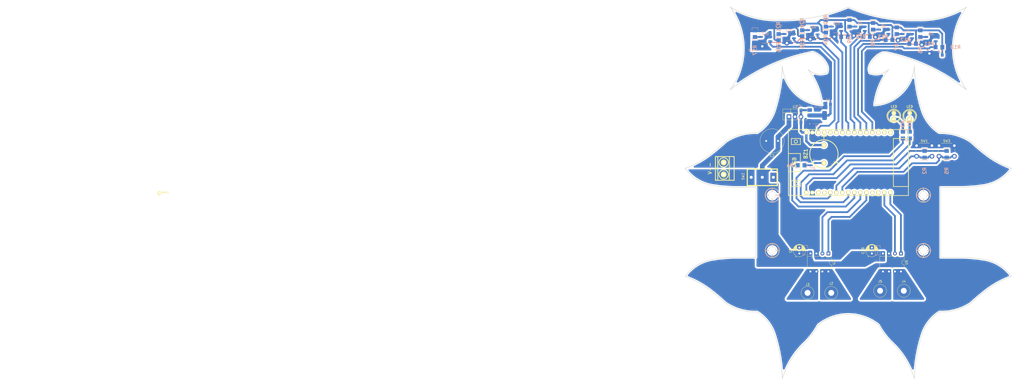
<source format=kicad_pcb>
(kicad_pcb (version 20241229) (generator "pcbnew") (generator_version "9.0")
  (layers (0 "F.Cu" signal) (2 "B.Cu" signal) (13 "F.Paste" user) (15 "B.Paste" user) (5 "F.SilkS" user "F.Silkscreen") (7 "B.SilkS" user "B.Silkscreen") (1 "F.Mask" user) (3 "B.Mask" user) (25 "Edge.Cuts" user))
  (net 0 "")
  (net 1 "+3V3")
  (net 2 "GND")
  (net 3 "/QRE_1")
  (net 4 "/QRE_2")
  (net 5 "/QRE_3")
  (net 6 "/QRE_4")
  (net 7 "/QRE_5")
  (net 8 "/QRE_6")
  (net 9 "Net-(U8-A)")
  (net 10 "/QRE_7")
  (net 11 "/QRE_8")
  (net 12 "Net-(U6-A)")
  (net 13 "Net-(U7-A)")
  (net 14 "/M1B")
  (net 15 "+5V")
  (net 16 "/PUSH_1")
  (net 17 "/PUSH_2")
  (net 18 "/M2B")
  (net 19 "/M2A")
  (net 20 "/M1A")
  (net 21 "/BUZZER")
  (net 22 "/OUTM1B")
  (net 23 "/LED_2")
  (net 24 "VCC")
  (net 25 "/OUTM1A")
  (net 26 "/OUTM2A")
  (net 27 "/OUTM2B")
  (net 28 "/LED_1")
  (net 29 "Net-(BZ1-+)")
  (net 30 "Net-(D1-A)")
  (net 31 "Net-(D2-A)")
  (net 32 "Net-(Q1-G)")
  (net 33 "Net-(U9-A)")
  (net 34 "Net-(U10-A)")
  (net 35 "Net-(U11-A)")
  (net 36 "Net-(U12-A)")
  (net 37 "Net-(U13-A)")
  (net 47 "/SWITCH")
  (footprint "Connector:Banana_Jack_1Pin" (layer "F.Cu") (at 190.3708 141.2988)
    (property "Reference" "J3")
    (property "Value" "MOTOR_PINM1B")
  )
  (footprint "Connector:Banana_Jack_1Pin" (layer "F.Cu") (at 221.0708 140.4238)
    (property "Reference" "J5")
    (property "Value" "MOTOR_PINM1B")
  )
  (footprint "Capacitor_THT:CP_Radial_D5.0mm_P2.50mm" (layer "F.Cu") (at 186.8808 124.6338 90)
    (property "Reference" "C8")
    (property "Value" "100uF")
  )
  (footprint "Package_DIP:DIP-8_W7.62mm" (layer "F.Cu") (at 229.8908 124.6338 -90)
    (property "Reference" "U5")
    (property "Value" "TA6586")
  )
  (footprint "Button_Switch_THT:SW_PUSH_6mm_H5mm" (layer "F.Cu") (at 236.5108 78.9738)
    (property "Reference" "SW1")
    (property "Value" "START")
  )
  (footprint "Capacitor_THT:C_Radial_D10.0mm_H12.5mm_P5.00mm" (layer "F.Cu") (at 177.8508 76.9738 180)
    (property "Reference" "C2")
    (property "Value" "100uf")
  )
  (footprint "Connector:Banana_Jack_1Pin" (layer "F.Cu") (at 231.0908 140.4238)
    (property "Reference" "J4")
    (property "Value" "MOTOR_PINM1A")
  )
  (footprint "EESTN5:BORNERA2_AZUL" (layer "F.Cu") (at 154.8508 88.6238 -90)
    (property "Reference" "J1" (hide yes))
    (property "Value" "V+-")
  )
  (footprint "EESTN5:led_5mm_clear" (layer "F.Cu") (at 226.900593 66.44196)
    (property "Reference" "D2" (hide yes))
    (property "Value" "LED")
  )
  (footprint "EESTN5:hole_3mm" (layer "F.Cu") (at 239.4243 123.3518)
    (property "Reference" "H4" (hide yes))
    (property "Value" "Mounting_Hole" (hide yes))
  )
  (footprint "EESTN5:ESP32_DevKit_V1_CH9102X" (layer "F.Cu") (at 208.900813 86.1238 180)
    (property "Reference" "U4")
    (property "Value" "ESP32_DevKit_V1_CH9102X" (hide yes))
  )
  (footprint "EESTN5:hole_3mm" (layer "F.Cu") (at 239.4243 99.9518)
    (property "Reference" "H3" (hide yes))
    (property "Value" "Mounting_Hole" (hide yes))
  )
  (footprint "Connector:Banana_Jack_1Pin" (layer "F.Cu") (at 200.3908 141.2988)
    (property "Reference" "J2")
    (property "Value" "MOTOR_PINM1A")
  )
  (footprint "Package_TO_SOT_THT:TO-220-3_Vertical" (layer "F.Cu") (at 182.4908 66.7413)
    (property "Reference" "U2")
    (property "Value" "LM7805_TO220")
  )
  (footprint "EESTN5:hole_3mm" (layer "F.Cu") (at 175.4243 99.9518)
    (property "Reference" "H1" (hide yes))
    (property "Value" "Mounting_Hole" (hide yes))
  )
  (footprint "LOGO" (layer "F.Cu") (at -82.46 99.24)
    (property "Reference" "G***")
    (property "Value" "LOGO" (hide yes))
  )
  (footprint "EESTN5:hole_3mm" (layer "F.Cu") (at 175.4243 123.3518)
    (property "Reference" "H2" (hide yes))
    (property "Value" "Mounting_Hole" (hide yes))
  )
  (footprint "EESTN5:led_5mm_clear" (layer "F.Cu") (at 233.600353 66.44196)
    (property "Reference" "D1" (hide yes))
    (property "Value" "LED")
  )
  (footprint "Package_DIP:DIP-8_W7.62mm" (layer "F.Cu") (at 199.1908 124.6338 -90)
    (property "Reference" "U3")
    (property "Value" "TA6586")
  )
  (footprint "EESTN5:SW_SPDT_TH_Vertical" (layer "F.Cu") (at 171.2008 92.3738 90)
    (property "Reference" "SW2")
    (property "Value" "SW_SPST" (hide yes))
  )
  (footprint "EESTN5:Buzzer_12mm" (layer "F.Cu") (at 197.2808 82.5238 90)
    (property "Reference" "BZ1")
    (property "Value" "Buzzer" (hide yes))
  )
  (footprint "Button_Switch_THT:SW_PUSH_6mm_H5mm" (layer "F.Cu") (at 246.0108 78.9738)
    (property "Reference" "SW3")
    (property "Value" "START")
  )
  (footprint "Capacitor_THT:CP_Radial_D5.0mm_P2.50mm" (layer "F.Cu") (at 217.5808 124.6338 90)
    (property "Reference" "C10")
    (property "Value" "100uF")
  )
  (footprint "EESTN5:R_1206" (layer "B.Cu") (at 238.1008 31.5738 90)
    (property "Reference" "R6")
    (property "Value" "100" (hide yes))
  )
  (footprint "EESTN5:R_1206" (layer "B.Cu") (at 233.600353 74.507592 -90)
    (property "Reference" "R1")
    (property "Value" "220" (hide yes))
  )
  (footprint "Package_TO_SOT_SMD:SOT-23" (layer "B.Cu") (at 192.7133 86.3238)
    (property "Reference" "Q1")
    (property "Value" "2N7002")
  )
  (footprint "EESTN5:R_1206" (layer "B.Cu") (at 188.1008 34.0128 -90)
    (property "Reference" "R20")
    (property "Value" "10k" (hide yes))
  )
  (footprint "OptoDevice:OnSemi_CASE100CY" (layer "B.Cu") (at 202.592848 29.4958 -90)
    (property "Reference" "U10")
    (property "Value" "QRE1113GR")
  )
  (footprint "Capacitor_SMD:C_0805_2012Metric_Pad1.18x1.45mm_HandSolder" (layer "B.Cu") (at 186.5333 69.2088 180)
    (property "Reference" "C1")
    (property "Value" "1uF")
  )
  (footprint "EESTN5:R_1206" (layer "B.Cu") (at 178.1008 35.7158 -90)
    (property "Reference" "R21")
    (property "Value" "10k" (hide yes))
  )
  (footprint "EESTN5:C_0805" (layer "B.Cu") (at 220.0808 123.2538 -90)
    (property "Reference" "C9")
    (property "Value" "0.1uF" (hide yes))
  )
  (footprint "OptoDevice:OnSemi_CASE100CY" (layer "B.Cu") (at 212.592848 29.4958 -90)
    (property "Reference" "U9")
    (property "Value" "QRE1113GR")
  )
  (footprint "OptoDevice:OnSemi_CASE100CY" (layer "B.Cu") (at 182.592848 32.6208 -90)
    (property "Reference" "U12")
    (property "Value" "QRE1113GR")
  )
  (footprint "EESTN5:R_1206" (layer "B.Cu") (at 188.1008 28.6988 90)
    (property "Reference" "R15")
    (property "Value" "100" (hide yes))
  )
  (footprint "EESTN5:R_1206" (layer "B.Cu") (at 239.9008 82.6208 90)
    (property "Reference" "R2")
    (property "Value" "4K7" (hide yes))
  )
  (footprint "OptoDevice:OnSemi_CASE100CY" (layer "B.Cu") (at 192.592848 30.9958 -90)
    (property "Reference" "U11")
    (property "Value" "QRE1113GR")
  )
  (footprint "OptoDevice:OnSemi_CASE100CY" (layer "B.Cu") (at 222.592848 30.7458 -90)
    (property "Reference" "U8")
    (property "Value" "QRE1113GR")
  )
  (footprint "EESTN5:R_1206" (layer "B.Cu") (at 234.8508 35.8238 180)
    (property "Reference" "R11")
    (property "Value" "10k" (hide yes))
  )
  (footprint "Capacitor_SMD:C_0805_2012Metric_Pad1.18x1.45mm_HandSolder" (layer "B.Cu") (at 199.0183 61.4538 180)
    (property "Reference" "C3")
    (property "Value" "1uF")
  )
  (footprint "Capacitor_SMD:C_0805_2012Metric_Pad1.18x1.45mm_HandSolder" (layer "B.Cu") (at 246.3523 40.5988 180)
    (property "Reference" "C6")
    (property "Value" "100nf")
  )
  (footprint "EESTN5:R_1206" (layer "B.Cu") (at 198.1008 27.1988 90)
    (property "Reference" "R14")
    (property "Value" "100" (hide yes))
  )
  (footprint "Capacitor_SMD:C_0805_2012Metric_Pad1.18x1.45mm_HandSolder" (layer "B.Cu") (at 166.3508 36.9238)
    (property "Reference" "C5")
    (property "Value" "100nf")
  )
  (footprint "EESTN5:R_1206" (layer "B.Cu") (at 228.1008 30.3238 90)
    (property "Reference" "R7")
    (property "Value" "100" (hide yes))
  )
  (footprint "EESTN5:R_1206" (layer "B.Cu") (at 187.6288 87.2738)
    (property "Reference" "R4")
    (property "Value" "10K" (hide yes))
  )
  (footprint "EESTN5:R_1206" (layer "B.Cu") (at 208.1008 27.1988 90)
    (property "Reference" "R9")
    (property "Value" "100" (hide yes))
  )
  (footprint "OptoDevice:OnSemi_CASE100CY" (layer "B.Cu") (at 172.592848 33.8708 -90)
    (property "Reference" "U13")
    (property "Value" "QRE1113GR")
  )
  (footprint "EESTN5:R_1206" (layer "B.Cu") (at 205.989848 32.8858 180)
    (property "Reference" "R18")
    (property "Value" "10k" (hide yes))
  )
  (footprint "EESTN5:R_1206" (layer "B.Cu") (at 245.9928 37.2658 180)
    (property "Reference" "R10")
    (property "Value" "10k" (hide yes))
  )
  (footprint "Capacitor_SMD:C_0805_2012Metric_Pad1.18x1.45mm_HandSolder" (layer "B.Cu") (at 186.5333 63.9038 180)
    (property "Reference" "C4")
    (property "Value" "1uF")
  )
  (footprint "OptoDevice:OnSemi_CASE100CY" (layer "B.Cu") (at 242.592848 33.8708 -90)
    (property "Reference" "U6")
    (property "Value" "QRE1113GR")
  )
  (footprint "EESTN5:R_1206" (layer "B.Cu") (at 230.718814 74.507592 -90)
    (property "Reference" "R3")
    (property "Value" "220" (hide yes))
  )
  (footprint "EESTN5:R_1206" (layer "B.Cu") (at 218.1008 28.4488 90)
    (property "Reference" "R8")
    (property "Value" "100" (hide yes))
  )
  (footprint "EESTN5:R_1206" (layer "B.Cu") (at 224.8508 34.2138 180)
    (property "Reference" "R12")
    (property "Value" "10k" (hide yes))
  )
  (footprint "EESTN5:R_1206" (layer "B.Cu") (at 178.1008 30.3238 90)
    (property "Reference" "R16")
    (property "Value" "100" (hide yes))
  )
  (footprint "EESTN5:R_1206" (layer "B.Cu") (at 249.2608 82.6208 90)
    (property "Reference" "R5")
    (property "Value" "4K7" (hide yes))
  )
  (footprint "EESTN5:R_1206" (layer "B.Cu") (at 198.1008 32.5158 -90)
    (property "Reference" "R19")
    (property "Value" "10k" (hide yes))
  )
  (footprint "Package_TO_SOT_SMD:SOT-223-3_TabPin2" (layer "B.Cu") (at 194.4108 66.2038)
    (property "Reference" "U1")
    (property "Value" "AMS1117-3.3")
  )
  (footprint "EESTN5:R_1206" (layer "B.Cu") (at 168.1008 31.5738 90)
    (property "Reference" "R17")
    (property "Value" "100" (hide yes))
  )
  (footprint "EESTN5:C_0805" (layer "B.Cu") (at 189.3808 123.2538 -90)
    (property "Reference" "C7")
    (property "Value" "0.1uF" (hide yes))
  )
  (footprint "EESTN5:R_1206" (layer "B.Cu") (at 215.3258 32.8858 180)
    (property "Reference" "R13")
    (property "Value" "10k" (hide yes))
  )
  (footprint "OptoDevice:OnSemi_CASE100CY" (layer "B.Cu") (at 232.592848 32.6208 -90)
    (property "Reference" "U7")
    (property "Value" "QRE1113GR")
  )
  (gr_arc (start 222.624177 39.324943) (mid 241.095295 45.203073) (end 257.6258 55.326167) (stroke (width 0.2)) (layer "Edge.Cuts"))
  (gr_arc (start 235.5758 45.3268) (mid 230.19171 56.75201) (end 218.6258 61.8268) (stroke (width 0.2)) (layer "Edge.Cuts"))
  (gr_arc (start 198.633706 44.827686) (mid 199.020057 46.553273) (end 198.624656 48.276803) (stroke (width 0.2)) (layer "Edge.Cuts"))
  (gr_arc (start 226.868414 163.066167) (mid 223.31525 159.216896) (end 220.437719 154.83949) (stroke (width 0.2)) (layer "Edge.Cuts"))
  (gr_arc (start 161.600614 96.576799) (mid 155.929678 96.398613) (end 150.294572 95.737677) (stroke (width 0.2)) (layer "Edge.Cuts"))
  (gr_arc (start 246.1508 73.5768) (mid 253.086054 74.377852) (end 259.441925 77.266167) (stroke (width 0.2)) (layer "Edge.Cuts"))
  (gr_arc (start 176.350799 64.451799) (mid 173.48476 69.61731) (end 169.100799 73.576799) (stroke (width 0.2)) (layer "Edge.Cuts"))
  (gr_arc (start 236.6258 25.826167) (mid 221.832608 24.622091) (end 207.6258 20.326167) (stroke (width 0.2)) (layer "Edge.Cuts"))
  (gr_arc (start 226.868414 163.066167) (mid 232.112312 169.7873) (end 235.5758 177.5768) (stroke (width 0.2)) (layer "Edge.Cuts"))
  (gr_line (start 207.6258 150.3268) (end 208.075842 150.3268) (stroke (width 0.2)) (layer "Edge.Cuts"))
  (gr_line (start 207.625799 150.326799) (end 207.175757 150.326799) (stroke (width 0.2)) (layer "Edge.Cuts"))
  (gr_line (start 246.6508 126.3268) (end 253.650848 126.3268) (stroke (width 0.2)) (layer "Edge.Cuts"))
  (gr_arc (start 276.6508 88.5768) (mid 271.180077 86.139075) (end 266.1408 82.902254) (stroke (width 0.2)) (layer "Edge.Cuts"))
  (gr_arc (start 246.1508 73.5768) (mid 241.766836 69.617311) (end 238.9008 64.4518) (stroke (width 0.2)) (layer "Edge.Cuts"))
  (gr_arc (start 266.1408 82.902254) (mid 262.728396 80.15905) (end 259.441925 77.266167) (stroke (width 0.2)) (layer "Edge.Cuts"))
  (gr_arc (start 198.624656 48.276803) (mid 194.426524 48.640824) (end 190.625799 46.821116) (stroke (width 0.2)) (layer "Edge.Cuts"))
  (gr_arc (start 264.957027 95.737678) (mid 259.321921 96.398616) (end 253.650985 96.5768) (stroke (width 0.2)) (layer "Edge.Cuts"))
  (gr_arc (start 149.110799 139.996799) (mid 152.523834 142.741917) (end 155.810799 145.636799) (stroke (width 0.2)) (layer "Edge.Cuts"))
  (gr_arc (start 179.675799 45.326799) (mid 178.689219 55.006812) (end 176.350799 64.451799) (stroke (width 0.2)) (layer "Edge.Cuts"))
  (gr_arc (start 157.625799 55.326166) (mid 174.156304 45.203072) (end 192.627422 39.324942) (stroke (width 0.2)) (layer "Edge.Cuts"))
  (gr_arc (start 238.9008 64.4518) (mid 236.562377 55.006813) (end 235.5758 45.3268) (stroke (width 0.2)) (layer "Edge.Cuts"))
  (gr_arc (start 138.600799 134.326799) (mid 144.071311 136.762322) (end 149.110799 139.996799) (stroke (width 0.2)) (layer "Edge.Cuts"))
  (gr_line (start 168.600799 96.576799) (end 161.600614 96.576799) (stroke (width 0.2)) (layer "Edge.Cuts"))
  (gr_arc (start 194.81388 154.839489) (mid 200.6322 151.589804) (end 207.175757 150.326799) (stroke (width 0.2)) (layer "Edge.Cuts"))
  (gr_arc (start 169.100799 149.326799) (mid 173.484762 153.286287) (end 176.350799 158.451799) (stroke (width 0.2)) (layer "Edge.Cuts"))
  (gr_arc (start 208.075842 150.3268) (mid 214.619397 151.589805) (end 220.437719 154.83949) (stroke (width 0.2)) (layer "Edge.Cuts"))
  (gr_arc (start 169.100799 149.326799) (mid 162.166075 148.525276) (end 155.810799 145.636799) (stroke (width 0.2)) (layer "Edge.Cuts"))
  (gr_arc (start 253.650848 126.3268) (mid 259.323764 126.505258) (end 264.9608 127.1668) (stroke (width 0.2)) (layer "Edge.Cuts"))
  (gr_arc (start 196.625799 61.826799) (mid 185.059888 56.752007) (end 179.675799 45.326799) (stroke (width 0.2)) (layer "Edge.Cuts"))
  (gr_arc (start 179.675799 177.576799) (mid 183.139293 169.787301) (end 188.383185 163.066166) (stroke (width 0.2)) (layer "Edge.Cuts"))
  (gr_arc (start 276.6508 88.5768) (mid 271.534477 93.350253) (end 264.957027 95.737678) (stroke (width 0.2)) (layer "Edge.Cuts"))
  (gr_arc (start 190.625799 46.821116) (mid 194.620834 53.926094) (end 196.625799 61.826799) (stroke (width 0.2)) (layer "Edge.Cuts"))
  (gr_arc (start 150.294572 95.737677) (mid 143.717123 93.350254) (end 138.600799 88.576799) (stroke (width 0.2)) (layer "Edge.Cuts"))
  (gr_line (start 246.6508 96.5768) (end 253.650985 96.5768) (stroke (width 0.2)) (layer "Edge.Cuts"))
  (gr_arc (start 266.1408 139.9968) (mid 271.180288 136.762324) (end 276.6508 134.3268) (stroke (width 0.2)) (layer "Edge.Cuts"))
  (gr_line (start 198.625661 44.823164) (end 198.633706 44.827686) (stroke (width 0.2)) (layer "Edge.Cuts"))
  (gr_arc (start 259.4408 145.6368) (mid 262.727765 142.741918) (end 266.1408 139.9968) (stroke (width 0.2)) (layer "Edge.Cuts"))
  (gr_line (start 246.6508 96.5768) (end 246.6508 126.3268) (stroke (width 0.2)) (layer "Edge.Cuts"))
  (gr_line (start 168.600799 126.326799) (end 161.600751 126.326799) (stroke (width 0.2)) (layer "Edge.Cuts"))
  (gr_arc (start 207.625799 20.326166) (mid 193.418993 24.622096) (end 178.625799 25.826166) (stroke (width 0.2)) (layer "Edge.Cuts"))
  (gr_arc (start 192.627422 39.324942) (mid 196.167933 41.483424) (end 198.625661 44.823164) (stroke (width 0.2)) (layer "Edge.Cuts"))
  (gr_arc (start 216.626943 48.276804) (mid 216.231573 46.553273) (end 216.617893 44.827687) (stroke (width 0.2)) (layer "Edge.Cuts"))
  (gr_arc (start 235.5758 177.5768) (mid 236.56238 167.896787) (end 238.9008 158.4518) (stroke (width 0.2)) (layer "Edge.Cuts"))
  (gr_arc (start 238.9008 158.4518) (mid 241.766826 153.286275) (end 246.1508 149.3268) (stroke (width 0.2)) (layer "Edge.Cuts"))
  (gr_arc (start 155.809674 77.266166) (mid 162.165541 74.377837) (end 169.100799 73.576799) (stroke (width 0.2)) (layer "Edge.Cuts"))
  (gr_arc (start 155.809674 77.266166) (mid 152.523203 80.159049) (end 149.110799 82.902253) (stroke (width 0.2)) (layer "Edge.Cuts"))
  (gr_arc (start 218.6258 61.8268) (mid 220.630763 53.926094) (end 224.6258 46.821117) (stroke (width 0.2)) (layer "Edge.Cuts"))
  (gr_arc (start 224.6258 46.821117) (mid 220.825077 48.640833) (end 216.626943 48.276804) (stroke (width 0.2)) (layer "Edge.Cuts"))
  (gr_arc (start 264.9608 127.1668) (mid 271.536058 129.554519) (end 276.6508 134.3268) (stroke (width 0.2)) (layer "Edge.Cuts"))
  (gr_arc (start 150.290799 127.166799) (mid 155.927835 126.505253) (end 161.600751 126.326799) (stroke (width 0.2)) (layer "Edge.Cuts"))
  (gr_arc (start 178.625799 25.826166) (mid 167.713363 24.650923) (end 157.625799 20.326166) (stroke (width 0.2)) (layer "Edge.Cuts"))
  (gr_arc (start 194.81388 154.839489) (mid 191.936348 159.216894) (end 188.383185 163.066166) (stroke (width 0.2)) (layer "Edge.Cuts"))
  (gr_arc (start 157.625799 20.326166) (mid 163.258813 37.826166) (end 157.625799 55.326166) (stroke (width 0.2)) (layer "Edge.Cuts"))
  (gr_arc (start 259.4408 145.6368) (mid 253.085522 148.525263) (end 246.1508 149.3268) (stroke (width 0.2)) (layer "Edge.Cuts"))
  (gr_arc (start 216.625938 44.823165) (mid 219.083656 41.483415) (end 222.624177 39.324943) (stroke (width 0.2)) (layer "Edge.Cuts"))
  (gr_line (start 168.600799 96.576799) (end 168.600799 126.326799) (stroke (width 0.2)) (layer "Edge.Cuts"))
  (gr_line (start 216.625938 44.823165) (end 216.617893 44.827687) (stroke (width 0.2)) (layer "Edge.Cuts"))
  (gr_arc (start 138.600799 134.326799) (mid 143.715537 129.554514) (end 150.290799 127.166799) (stroke (width 0.2)) (layer "Edge.Cuts"))
  (gr_arc (start 257.6258 55.326167) (mid 251.992788 37.826168) (end 257.6258 20.326167) (stroke (width 0.2)) (layer "Edge.Cuts"))
  (gr_arc (start 176.350799 158.451799) (mid 178.689218 167.896786) (end 179.675799 177.576799) (stroke (width 0.2)) (layer "Edge.Cuts"))
  (gr_arc (start 149.110799 82.902253) (mid 144.071524 86.139077) (end 138.600799 88.576799) (stroke (width 0.2)) (layer "Edge.Cuts"))
  (gr_arc (start 257.6258 20.326167) (mid 247.538237 24.650926) (end 236.6258 25.826167) (stroke (width 0.2)) (layer "Edge.Cuts"))
  (segment (start 171.9248 30.1768) (end 168.1008 30.1768) (width 0.75) (layer "B.Cu") (net 1))
  (segment (start 186.9358 38.4488) (end 194.8008 38.4488) (width 0.75) (layer "B.Cu") (net 1))
  (segment (start 190.0008 98.673813) (end 189.850813 98.8238) (width 0.75) (layer "B.Cu") (net 1))
  (segment (start 208.1008 25.8018) (end 206.2458 25.8018) (width 0.75) (layer "B.Cu") (net 1))
  (segment (start 173.1748 28.9268) (end 171.9248 30.1768) (width 0.75) (layer "B.Cu") (net 1))
  (segment (start 249.2608 81.2238) (end 239.9008 81.2238) (width 0.75) (layer "B.Cu") (net 1))
  (segment (start 177.788296 41.711304) (end 180.0358 39.4638) (width 0.75) (layer "B.Cu") (net 1))
  (segment (start 200.0558 59.1688) (end 200.0558 61.4538) (width 0.75) (layer "B.Cu") (net 1))
  (segment (start 226.2558 29.3378) (end 226.2558 34.2058) (width 0.75) (layer "B.Cu") (net 1))
  (segment (start 186.7158 32.6158) (end 188.1008 32.6158) (width 0.75) (layer "B.Cu") (net 1))
  (segment (start 211.4018 27.0518) (end 216.2158 27.0518) (width 0.75) (layer "B.Cu") (net 1))
  (segment (start 169.228304 41.711304) (end 177.788296 41.711304) (width 0.75) (layer "B.Cu") (net 1))
  (segment (start 198.4708 49.7038) (end 196.3208 49.7038) (width 0.75) (layer "B.Cu") (net 1))
  (segment (start 176.7588 34.3188) (end 178.1008 34.3188) (width 0.75) (layer "B.Cu") (net 1))
  (segment (start 199.2008 66.2038) (end 200.0558 65.3488) (width 1) (layer "B.Cu") (net 1))
  (segment (start 196.2758 28.3258) (end 196.2758 30.4458) (width 0.75) (layer "B.Cu") (net 1))
  (segment (start 220.4158 27.9258) (end 225.6658 27.9258) (width 0.75) (layer "B.Cu") (net 1))
  (segment (start 178.1008 28.9268) (end 175.9058 28.9268) (width 0.75) (layer "B.Cu") (net 1))
  (segment (start 216.7258 31.6958) (end 216.7258 32.8828) (width 0.75) (layer "B.Cu") (net 1))
  (segment (start 236.2558 30.3368) (end 236.2558 35.8158) (width 0.75) (layer "B.Cu") (net 1))
  (segment (start 194.8008 38.4488) (end 199.9758 43.6238) (width 0.75) (layer "B.Cu") (net 1))
  (segment (start 229.7568 28.9268) (end 228.1008 28.9268) (width 0.75) (layer "B.Cu") (net 1))
  (segment (start 200.0558 65.3488) (end 200.0558 61.4538) (width 1) (layer "B.Cu") (net 1))
  (segment (start 226.6668 28.9268) (end 226.2558 29.3378) (width 0.75) (layer "B.Cu") (net 1))
  (segment (start 197.3508 53.8938) (end 197.3508 57.7638) (width 0.75) (layer "B.Cu") (net 1))
  (segment (start 176.2758 33.8358) (end 176.7588 34.3188) (width 0.75) (layer "B.Cu") (net 1))
  (segment (start 165.3133 39.7863) (end 167.2508 41.7238) (width 0.75) (layer "B.Cu") (net 1))
  (segment (start 236.4158 30.1768) (end 236.2558 30.3368) (width 0.75) (layer "B.Cu") (net 1))
  (segment (start 206.2658 25.8218) (end 206.2658 30.4258) (width 0.75) (layer "B.Cu") (net 1))
  (segment (start 175.9058 28.9268) (end 173.1748 28.9268) (width 0.75) (layer "B.Cu") (net 1))
  (segment (start 208.1008 25.8018) (end 210.1518 25.8018) (width 0.75) (layer "B.Cu") (net 1))
  (segment (start 207.386848 31.546848) (end 207.386848 32.8858) (width 0.75) (layer "B.Cu") (net 1))
  (segment (start 198.1008 25.8018) (end 195.9198 25.8018) (width 0.75) (layer "B.Cu") (net 1))
  (segment (start 208.5208 86.9138) (end 202.6808 92.7538) (width 0.75) (layer "B.Cu") (net 1))
  (segment (start 227.9408 86.9138) (end 208.5208 86.9138) (width 0.75) (layer "B.Cu") (net 1))
  (segment (start 195.2518 27.3018) (end 196.2758 28.3258) (width 0.75) (layer "B.Cu") (net 1))
  (segment (start 225.6658 27.9258) (end 226.6668 28.9268) (width 0.75) (layer "B.Cu") (net 1))
  (segment (start 226.2558 34.2058) (end 226.2478 34.2138) (width 0.75) (layer "B.Cu") (net 1))
  (segment (start 169.215808 41.7238) (end 169.228304 41.711304) (width 0.75) (layer "B.Cu") (net 1))
  (segment (start 184.6548 28.9268) (end 185.3568 28.9268) (width 0.75) (layer "B.Cu") (net 1))
  (segment (start 196.2758 30.4458) (end 196.9488 31.1188) (width 0.75) (layer "B.Cu") (net 1))
  (segment (start 188.1008 27.3018) (end 186.2798 27.3018) (width 0.75) (layer "B.Cu") (net 1))
  (segment (start 186.2658 32.1658) (end 186.7158 32.6158) (width 0.75) (layer "B.Cu") (net 1))
  (segment (start 236.4158 30.1768) (end 231.0068 30.1768) (width 0.75) (layer "B.Cu") (net 1))
  (segment (start 194.4198 27.3018) (end 188.1008 27.3018) (width 0.75) (layer "B.Cu") (net 1))
  (segment (start 199.9758 43.6238) (end 199.9758 48.1988) (width 0.75) (layer "B.Cu") (net 1))
  (segment (start 219.5418 27.0518) (end 220.4158 27.9258) (width 0.75) (layer "B.Cu") (net 1))
  (segment (start 216.2458 27.0818) (end 216.2458 31.2158) (width 0.75) (layer "B.Cu") (net 1))
  (segment (start 189.850813 95.603787) (end 189.850813 98.8238) (width 0.75) (layer "B.Cu") (net 1))
  (segment (start 195.7008 50.3238) (end 195.7008 52.2488) (width 0.75) (layer "B.Cu") (net 1))
  (segment (start 245.9368 30.1768) (end 238.1008 30.1768) (width 0.75) (layer "B.Cu") (net 1))
  (segment (start 186.2798 27.3018) (end 184.6548 28.9268) (width 0.75) (layer "B.Cu") (net 1))
  (segment (start 206.2458 25.8018) (end 206.2658 25.8218) (width 0.75) (layer "B.Cu") (net 1))
  (segment (start 236.2558 35.8158) (end 236.2478 35.8238) (width 0.75) (layer "B.Cu") (net 1))
  (segment (start 176.2758 29.2968) (end 176.2758 33.8358) (width 0.75) (layer "B.Cu") (net 1))
  (segment (start 216.7258 32.8828) (end 216.7228 32.8858) (width 0.75) (layer "B.Cu") (net 1))
  (segment (start 216.2458 31.2158) (end 216.7258 31.6958) (width 0.75) (layer "B.Cu") (net 1))
  (segment (start 226.6668 28.9268) (end 228.1008 28.9268) (width 0.75) (layer "B.Cu") (net 1))
  (segment (start 247.3898 31.6298) (end 245.9368 30.1768) (width 0.75) (layer "B.Cu") (net 1))
  (segment (start 206.2658 30.4258) (end 207.386848 31.546848) (width 0.75) (layer "B.Cu") (net 1))
  (segment (start 247.3898 37.2658) (end 247.3898 31.6298) (width 0.75) (layer "B.Cu") (net 1))
  (segment (start 198.0208 58.4338) (end 199.3208 58.4338) (width 0.75) (layer "B.Cu") (net 1))
  (segment (start 185.3568 28.9268) (end 186.2658 29.8358) (width 0.75) (layer "B.Cu") (net 1))
  (segment (start 195.7008 52.2488) (end 196.4858 53.0338) (width 0.75) (layer "B.Cu") (net 1))
  (segment (start 192.7008 92.7538) (end 189.850813 95.603787) (width 0.75) (layer "B.Cu") (net 1))
  (segment (start 231.0068 30.1768) (end 229.7568 28.9268) (width 0.75) (layer "B.Cu") (net 1))
  (segment (start 194.4198 27.3018) (end 195.2518 27.3018) (width 0.75) (layer "B.Cu") (net 1))
  (segment (start 185.9208 39.4638) (end 186.9358 38.4488) (width 0.75) (layer "B.Cu") (net 1))
  (segment (start 247.3898 40.5988) (end 247.3898 37.2658) (width 0.75) (layer "B.Cu") (net 1))
  (segment (start 206.2458 25.8018) (end 198.1008 25.8018) (width 0.75) (layer "B.Cu") (net 1))
  (segment (start 233.6308 81.2238) (end 227.9408 86.9138) (width 0.75) (layer "B.Cu") (net 1))
  (segment (start 196.4908 53.0338) (end 197.3508 53.8938) (width 0.75) (layer "B.Cu") (net 1))
  (segment (start 199.9758 48.1988) (end 198.4708 49.7038) (width 0.75) (layer "B.Cu") (net 1))
  (segment (start 180.0358 39.4638) (end 185.9208 39.4638) (width 0.75) (layer "B.Cu") (net 1))
  (segment (start 196.9488 31.1188) (end 198.1008 31.1188) (width 0.75) (layer "B.Cu") (net 1))
  (segment (start 175.9058 28.9268) (end 176.2758 29.2968) (width 0.75) (layer "B.Cu") (net 1))
  (segment (start 186.2658 29.8358) (end 186.2658 32.1658) (width 0.75) (layer "B.Cu") (net 1))
  (segment (start 197.5608 66.2038) (end 191.2608 66.2038) (width 1.75) (layer "B.Cu") (net 1))
  (segment (start 167.2508 41.7238) (end 169.215808 41.7238) (width 0.75) (layer "B.Cu") (net 1))
  (segment (start 216.2158 27.0518) (end 219.5418 27.0518) (width 0.75) (layer "B.Cu") (net 1))
  (segment (start 196.3208 49.7038) (end 195.7008 50.3238) (width 0.75) (layer "B.Cu") (net 1))
  (segment (start 196.4858 53.0338) (end 196.4908 53.0338) (width 0.75) (layer "B.Cu") (net 1))
  (segment (start 199.3208 58.4338) (end 200.0558 59.1688) (width 0.75) (layer "B.Cu") (net 1))
  (segment (start 195.9198 25.8018) (end 194.4198 27.3018) (width 0.75) (layer "B.Cu") (net 1))
  (segment (start 197.5608 66.2038) (end 199.2008 66.2038) (width 1) (layer "B.Cu") (net 1))
  (segment (start 202.6808 92.7538) (end 192.7008 92.7538) (width 0.75) (layer "B.Cu") (net 1))
  (segment (start 184.6548 28.9268) (end 178.1008 28.9268) (width 0.75) (layer "B.Cu") (net 1))
  (segment (start 216.2158 27.0518) (end 216.2458 27.0818) (width 0.75) (layer "B.Cu") (net 1))
  (segment (start 210.1518 25.8018) (end 211.4018 27.0518) (width 0.75) (layer "B.Cu") (net 1))
  (segment (start 238.1008 30.1768) (end 236.4158 30.1768) (width 0.75) (layer "B.Cu") (net 1))
  (segment (start 197.3508 57.7638) (end 198.0208 58.4338) (width 0.75) (layer "B.Cu") (net 1))
  (segment (start 239.9008 81.2238) (end 233.6308 81.2238) (width 0.75) (layer "B.Cu") (net 1))
  (segment (start 165.3133 36.9238) (end 165.3133 39.7863) (width 0.75) (layer "B.Cu") (net 1))
  (segment (start 191.7288 33.5958) (end 199.9758 33.5958) (width 0.2) (layer "F.Cu") (net 2))
  (segment (start 242.0008 39.9038) (end 242.0008 39.4008) (width 0.2) (layer "F.Cu") (net 2))
  (segment (start 210.3288 31.9958) (end 209.9008 32.4238) (width 0.2) (layer "F.Cu") (net 2))
  (segment (start 185.6258 35.2958) (end 181.8428 35.2958) (width 0.2) (layer "F.Cu") (net 2))
  (segment (start 171.5288 36.5958) (end 171.2008 36.9238) (width 0.2) (layer "F.Cu") (net 2))
  (segment (start 219.1008 33.0288) (end 218.9088 33.0288) (width 0.2) (layer "F.Cu") (net 2))
  (segment (start 238.7058 36.2488) (end 238.4828 36.0258) (width 0.2) (layer "F.Cu") (net 2))
  (segment (start 181.3588 35.2958) (end 173.8258 35.2958) (width 0.2) (layer "F.Cu") (net 2))
  (segment (start 181.6008 35.5378) (end 181.3588 35.2958) (width 0.2) (layer "F.Cu") (net 2))
  (segment (start 228.6758 34.3488) (end 228.4228 34.0958) (width 0.2) (layer "F.Cu") (net 2))
  (segment (start 191.5008 33.9268) (end 191.5008 33.8238) (width 0.2) (layer "F.Cu") (net 2))
  (segment (start 238.8488 36.2488) (end 238.7058 36.2488) (width 0.2) (layer "F.Cu") (net 2))
  (segment (start 234.5058 36.0258) (end 232.5758 34.0958) (width 0.2) (layer "F.Cu") (net 2))
  (segment (start 200.7478 32.8238) (end 201.7008 32.8238) (width 0.2) (layer "F.Cu") (net 2))
  (segment (start 228.9288 34.0958) (end 228.6758 34.3488) (width 0.2) (layer "F.Cu") (net 2))
  (segment (start 191.2728 33.5958) (end 187.3258 33.5958) (width 0.2) (layer "F.Cu") (net 2))
  (segment (start 191.5008 33.8238) (end 191.7288 33.5958) (width 0.2) (layer "F.Cu") (net 2))
  (segment (start 217.8758 31.9958) (end 210.3288 31.9958) (width 0.2) (layer "F.Cu") (net 2))
  (segment (start 191.5008 33.8238) (end 191.2728 33.5958) (width 0.2) (layer "F.Cu") (net 2))
  (segment (start 173.8258 35.2958) (end 172.4258 36.6958) (width 0.2) (layer "F.Cu") (net 2))
  (segment (start 209.4538 32.4238) (end 209.9008 32.4238) (width 0.2) (layer "F.Cu") (net 2))
  (segment (start 219.1008 33.2208) (end 219.1008 33.0288) (width 0.2) (layer "F.Cu") (net 2))
  (segment (start 238.4828 36.0258) (end 234.5058 36.0258) (width 0.2) (layer "F.Cu") (net 2))
  (segment (start 218.9088 33.0288) (end 217.8758 31.9958) (width 0.2) (layer "F.Cu") (net 2))
  (segment (start 199.9758 33.5958) (end 200.7478 32.8238) (width 0.2) (layer "F.Cu") (net 2))
  (segment (start 201.7008 32.8238) (end 202.3788 32.1458) (width 0.2) (layer "F.Cu") (net 2))
  (segment (start 202.3788 32.1458) (end 209.1758 32.1458) (width 0.2) (layer "F.Cu") (net 2))
  (segment (start 241.9508 39.9538) (end 242.0008 39.9038) (width 0.2) (layer "F.Cu") (net 2))
  (segment (start 187.3258 33.5958) (end 185.6258 35.2958) (width 0.2) (layer "F.Cu") (net 2))
  (segment (start 219.9758 34.0958) (end 219.1008 33.2208) (width 0.2) (layer "F.Cu") (net 2))
  (segment (start 172.4258 36.6958) (end 172.3258 36.5958) (width 0.2) (layer "F.Cu") (net 2))
  (segment (start 232.5758 34.0958) (end 228.9288 34.0958) (width 0.2) (layer "F.Cu") (net 2))
  (segment (start 172.3258 36.5958) (end 171.5288 36.5958) (width 0.2) (layer "F.Cu") (net 2))
  (segment (start 181.8428 35.2958) (end 181.6008 35.5378) (width 0.2) (layer "F.Cu") (net 2))
  (segment (start 242.0008 39.4008) (end 238.8488 36.2488) (width 0.2) (layer "F.Cu") (net 2))
  (segment (start 209.1758 32.1458) (end 209.4538 32.4238) (width 0.2) (layer "F.Cu") (net 2))
  (segment (start 228.4228 34.0958) (end 219.9758 34.0958) (width 0.2) (layer "F.Cu") (net 2))
  (via (at 181.6008 35.5378) (size 2) (drill 1) (layers "F.Cu" "B.Cu") (net 2))
  (via (at 219.1008 33.0288) (size 2) (drill 1) (layers "F.Cu" "B.Cu") (net 2))
  (via (at 241.9508 39.9538) (size 2) (drill 1) (layers "F.Cu" "B.Cu") (net 2))
  (via (at 191.5008 33.9268) (size 2) (drill 1) (layers "F.Cu" "B.Cu") (net 2))
  (via (at 171.2008 36.9238) (size 2) (drill 1) (layers "F.Cu" "B.Cu") (net 2))
  (via (at 209.9008 32.4238) (size 2) (drill 1) (layers "F.Cu" "B.Cu") (net 2))
  (via (at 201.7008 32.8238) (size 2) (drill 1) (layers "F.Cu" "B.Cu") (net 2))
  (via (at 228.6758 34.3488) (size 2) (drill 1) (layers "F.Cu" "B.Cu") (net 2))
  (via (at 238.7058 36.2488) (size 2) (drill 1) (layers "F.Cu" "B.Cu") (net 2))
  (segment (start 229.158038 38.6038) (end 219.963562 38.6038) (width 0.75) (layer "B.Cu") (net 2))
  (segment (start 241.9508 39.9538) (end 241.4208 39.4238) (width 0.75) (layer "B.Cu") (net 2))
  (segment (start 241.4208 39.4238) (end 229.978038 39.4238) (width 0.75) (layer "B.Cu") (net 2))
  (segment (start 229.978038 39.4238) (end 229.158038 38.6038) (width 0.75) (layer "B.Cu") (net 2))
  (segment (start 217.790813 69.063813) (end 213.3508 64.6238) (width 0.75) (layer "B.Cu") (net 3))
  (segment (start 244.592848 37.262848) (end 244.5958 37.2658) (width 0.75) (layer "B.Cu") (net 3))
  (segment (start 217.790813 73.4238) (end 217.790813 69.063813) (width 0.75) (layer "B.Cu") (net 3))
  (segment (start 230.5958 37.0988) (end 231.3208 37.8238) (width 0.75) (layer "B.Cu") (net 3))
  (segment (start 215.1758 37.0988) (end 230.5958 37.0988) (width 0.75) (layer "B.Cu") (net 3))
  (segment (start 244.592848 34.7708) (end 244.592848 37.262848) (width 0.75) (layer "B.Cu") (net 3))
  (segment (start 213.3508 38.9238) (end 215.1758 37.0988) (width 0.75) (layer "B.Cu") (net 3))
  (segment (start 213.3508 64.6238) (end 213.3508 38.9238) (width 0.75) (layer "B.Cu") (net 3))
  (segment (start 231.3208 37.8238) (end 241.8578 37.8238) (width 0.75) (layer "B.Cu") (net 3))
  (segment (start 241.8578 37.8238) (end 242.4158 37.2658) (width 0.75) (layer "B.Cu") (net 3))
  (segment (start 242.4158 37.2658) (end 244.5958 37.2658) (width 0.75) (layer "B.Cu") (net 3))
  (segment (start 213.9258 35.9238) (end 211.7508 38.0988) (width 0.75) (layer "B.Cu") (net 4))
  (segment (start 233.4538 35.8238) (end 233.4618 35.8158) (width 0.75) (layer "B.Cu") (net 4))
  (segment (start 233.3538 35.9238) (end 213.9258 35.9238) (width 0.75) (layer "B.Cu") (net 4))
  (segment (start 233.4538 35.8238) (end 233.3538 35.9238) (width 0.75) (layer "B.Cu") (net 4))
  (segment (start 215.250813 69.448813) (end 215.250813 73.4238) (width 0.75) (layer "B.Cu") (net 4))
  (segment (start 233.4618 35.8158) (end 233.4618 35.2698) (width 0.75) (layer "B.Cu") (net 4))
  (segment (start 211.7508 65.9488) (end 215.250813 69.448813) (width 0.75) (layer "B.Cu") (net 4))
  (segment (start 234.592848 34.138752) (end 234.592848 33.5208) (width 0.75) (layer "B.Cu") (net 4))
  (segment (start 233.4618 35.2698) (end 234.592848 34.138752) (width 0.75) (layer "B.Cu") (net 4))
  (segment (start 211.7508 38.0988) (end 211.7508 65.9488) (width 0.75) (layer "B.Cu") (net 4))
  (segment (start 220.8008 34.6038) (end 212.7958 34.6038) (width 0.75) (layer "B.Cu") (net 5))
  (segment (start 210.1508 66.6988) (end 212.7133 69.2613) (width 0.75) (layer "B.Cu") (net 5))
  (segment (start 224.592848 32.228752) (end 224.592848 31.6458) (width 0.75) (layer "B.Cu") (net 5))
  (segment (start 223.4538 34.2138) (end 223.4618 34.2058) (width 0.75) (layer "B.Cu") (net 5))
  (segment (start 221.1908 34.2138) (end 220.8008 34.6038) (width 0.75) (layer "B.Cu") (net 5))
  (segment (start 223.4538 34.2138) (end 221.1908 34.2138) (width 0.75) (layer "B.Cu") (net 5))
  (segment (start 223.4618 33.3598) (end 224.592848 32.228752) (width 0.75) (layer "B.Cu") (net 5))
  (segment (start 223.4618 34.2058) (end 223.4618 33.3598) (width 0.75) (layer "B.Cu") (net 5))
  (segment (start 212.7133 69.2613) (end 212.7133 73.421313) (width 0.75) (layer "B.Cu") (net 5))
  (segment (start 212.7958 34.6038) (end 210.1508 37.2488) (width 0.75) (layer "B.Cu") (net 5))
  (segment (start 210.1508 37.2488) (end 210.1508 66.6988) (width 0.75) (layer "B.Cu") (net 5))
  (segment (start 212.7133 73.421313) (end 212.710813 73.4238) (width 0.75) (layer "B.Cu") (net 5))
  (segment (start 213.9288 31.9428) (end 214.592848 31.278752) (width 0.75) (layer "B.Cu") (net 6))
  (segment (start 214.592848 31.278752) (end 214.592848 30.3958) (width 0.75) (layer "B.Cu") (net 6))
  (segment (start 208.5508 36.5988) (end 208.5508 67.6988) (width 0.75) (layer "B.Cu") (net 6))
  (segment (start 210.170813 69.318813) (end 210.170813 73.4238) (width 0.75) (layer "B.Cu") (net 6))
  (segment (start 212.2638 32.8858) (end 208.5508 36.5988) (width 0.75) (layer "B.Cu") (net 6))
  (segment (start 213.9288 32.8858) (end 212.2638 32.8858) (width 0.75) (layer "B.Cu") (net 6))
  (segment (start 213.9288 32.8858) (end 213.9288 31.9428) (width 0.75) (layer "B.Cu") (net 6))
  (segment (start 208.5508 67.6988) (end 210.170813 69.318813) (width 0.75) (layer "B.Cu") (net 6))
  (segment (start 204.592848 32.8858) (end 204.592848 35.215848) (width 0.75) (layer "B.Cu") (net 7))
  (segment (start 206.6258 68.4238) (end 207.630813 69.428813) (width 0.75) (layer "B.Cu") (net 7))
  (segment (start 207.630813 69.428813) (end 207.630813 73.4238) (width 0.75) (layer "B.Cu") (net 7))
  (segment (start 204.592848 30.3958) (end 204.592848 32.8858) (width 0.75) (layer "B.Cu") (net 7))
  (segment (start 206.6258 37.2488) (end 206.6258 68.4238) (width 0.75) (layer "B.Cu") (net 7))
  (segment (start 204.592848 35.215848) (end 206.6258 37.2488) (width 0.75) (layer "B.Cu") (net 7))
  (segment (start 195.6628 33.9128) (end 198.1008 33.9128) (width 0.75) (layer "B.Cu") (net 8))
  (segment (start 194.592848 32.842848) (end 195.6628 33.9128) (width 0.75) (layer "B.Cu") (net 8))
  (segment (start 194.592848 31.8958) (end 194.592848 32.842848) (width 0.75) (layer "B.Cu") (net 8))
  (segment (start 198.1008 33.9128) (end 199.4898 33.9128) (width 0.75) (layer "B.Cu") (net 8))
  (segment (start 205.090813 39.513813) (end 205.090813 73.4238) (width 0.75) (layer "B.Cu") (net 8))
  (segment (start 199.4898 33.9128) (end 205.090813 39.513813) (width 0.75) (layer "B.Cu") (net 8))
  (segment (start 220.592848 29.8458) (end 218.1008 29.8458) (width 0.75) (layer "B.Cu") (net 9))
  (segment (start 188.1928 35.5018) (end 188.1008 35.4098) (width 0.75) (layer "B.Cu") (net 10))
  (segment (start 203.4508 42.3488) (end 196.6038 35.5018) (width 0.75) (layer "B.Cu") (net 10))
  (segment (start 196.6038 35.5018) (end 188.1928 35.5018) (width 0.75) (layer "B.Cu") (net 10))
  (segment (start 184.592848 33.5208) (end 184.592848 34.242848) (width 0.75) (layer "B.Cu") (net 10))
  (segment (start 184.592848 34.242848) (end 185.7598 35.4098) (width 0.75) (layer "B.Cu") (net 10))
  (segment (start 203.4508 68.7488) (end 203.4508 42.3488) (width 0.75) (layer "B.Cu") (net 10))
  (segment (start 202.550813 73.4238) (end 202.550813 69.648787) (width 0.75) (layer "B.Cu") (net 10))
  (segment (start 185.7598 35.4098) (end 188.1008 35.4098) (width 0.75) (layer "B.Cu") (net 10))
  (segment (start 202.550813 69.648787) (end 203.4508 68.7488) (width 0.75) (layer "B.Cu") (net 10))
  (segment (start 196.0008 70.5488) (end 194.930813 71.618787) (width 0.75) (layer "B.Cu") (net 11))
  (segment (start 199.4508 70.5488) (end 196.0008 70.5488) (width 0.75) (layer "B.Cu") (net 11))
  (segment (start 201.8258 68.1738) (end 199.4508 70.5488) (width 0.75) (layer "B.Cu") (net 11))
  (segment (start 174.592848 34.7708) (end 174.592848 36.022848) (width 0.75) (layer "B.Cu") (net 11))
  (segment (start 195.9148 37.1128) (end 201.8258 43.0238) (width 0.75) (layer "B.Cu") (net 11))
  (segment (start 178.1008 37.1128) (end 195.9148 37.1128) (width 0.75) (layer "B.Cu") (net 11))
  (segment (start 201.8258 43.0238) (end 201.8258 68.1738) (width 0.75) (layer "B.Cu") (net 11))
  (segment (start 194.930813 71.618787) (end 194.930813 73.4238) (width 0.75) (layer "B.Cu") (net 11))
  (segment (start 174.592848 36.022848) (end 175.6828 37.1128) (width 0.75) (layer "B.Cu") (net 11))
  (segment (start 175.6828 37.1128) (end 178.1008 37.1128) (width 0.75) (layer "B.Cu") (net 11))
  (segment (start 240.592848 32.9708) (end 238.1008 32.9708) (width 0.75) (layer "B.Cu") (net 12))
  (segment (start 230.592848 31.7208) (end 228.1008 31.7208) (width 0.75) (layer "B.Cu") (net 13))
  (segment (start 199.1908 110.4838) (end 200.5308 109.1438) (width 0.75) (layer "B.Cu") (net 14))
  (segment (start 200.5308 109.1438) (end 208.2108 109.1438) (width 0.75) (layer "B.Cu") (net 14))
  (segment (start 215.250813 102.103787) (end 215.250813 98.8238) (width 0.75) (layer "B.Cu") (net 14))
  (segment (start 199.1908 124.6338) (end 199.1908 110.4838) (width 0.75) (layer "B.Cu") (net 14))
  (segment (start 208.2108 109.1438) (end 215.250813 102.103787) (width 0.75) (layer "B.Cu") (net 14))
  (segment (start 187.5708 63.9038) (end 191.2608 63.9038) (width 1) (layer "B.Cu") (net 15))
  (segment (start 187.5708 66.7413) (end 187.5708 63.9038) (width 1) (layer "B.Cu") (net 15))
  (segment (start 187.5708 72.8538) (end 188.1408 73.4238) (width 1) (layer "B.Cu") (net 15))
  (segment (start 191.5308 78.7238) (end 197.2808 78.7238) (width 1) (layer "B.Cu") (net 15))
  (segment (start 188.1408 73.4238) (end 189.850813 73.4238) (width 1) (layer "B.Cu") (net 15))
  (segment (start 187.5708 69.2088) (end 187.5708 66.7413) (width 1) (layer "B.Cu") (net 15))
  (segment (start 189.850813 77.043813) (end 191.5308 78.7238) (width 1) (layer "B.Cu") (net 15))
  (segment (start 187.5708 69.2088) (end 187.5708 72.8538) (width 1) (layer "B.Cu") (net 15))
  (segment (start 189.850813 73.4238) (end 189.850813 77.043813) (width 1) (layer "B.Cu") (net 15))
  (segment (start 234.3008 83.4738) (end 236.5108 83.4738) (width 0.75) (layer "B.Cu") (net 16))
  (segment (start 209.9608 88.5838) (end 229.1908 88.5838) (width 0.75) (layer "B.Cu") (net 16))
  (segment (start 202.550813 95.993787) (end 209.9608 88.5838) (width 0.75) (layer "B.Cu") (net 16))
  (segment (start 238.1448 84.0178) (end 239.9008 84.0178) (width 0.75) (layer "B.Cu") (net 16))
  (segment (start 239.9008 84.0178) (end 241.3868 84.0178) (width 0.75) (layer "B.Cu") (net 16))
  (segment (start 202.550813 98.8238) (end 202.550813 95.993787) (width 0.75) (layer "B.Cu") (net 16))
  (segment (start 237.6008 83.4738) (end 238.1448 84.0178) (width 0.75) (layer "B.Cu") (net 16))
  (segment (start 229.1908 88.5838) (end 234.3008 83.4738) (width 0.75) (layer "B.Cu") (net 16))
  (segment (start 241.9308 83.4738) (end 243.0108 83.4738) (width 0.75) (layer "B.Cu") (net 16))
  (segment (start 236.5108 83.4738) (end 237.6008 83.4738) (width 0.75) (layer "B.Cu") (net 16))
  (segment (start 241.3868 84.0178) (end 241.9308 83.4738) (width 0.75) (layer "B.Cu") (net 16))
  (segment (start 244.8108 86.4438) (end 234.6208 86.4438) (width 0.75) (layer "B.Cu") (net 17))
  (segment (start 211.5108 90.0638) (end 205.090813 96.483787) (width 0.75) (layer "B.Cu") (net 17))
  (segment (start 205.090813 96.483787) (end 205.090813 98.8238) (width 0.75) (layer "B.Cu") (net 17))
  (segment (start 250.8668 84.0178) (end 251.4108 83.4738) (width 0.75) (layer "B.Cu") (net 17))
  (segment (start 234.6208 86.4438) (end 231.0008 90.0638) (width 0.75) (layer "B.Cu") (net 17))
  (segment (start 251.4108 83.4738) (end 252.5108 83.4738) (width 0.75) (layer "B.Cu") (net 17))
  (segment (start 247.0908 83.4738) (end 247.6348 84.0178) (width 0.75) (layer "B.Cu") (net 17))
  (segment (start 246.0108 83.4738) (end 247.0908 83.4738) (width 0.75) (layer "B.Cu") (net 17))
  (segment (start 231.0008 90.0638) (end 211.5108 90.0638) (width 0.75) (layer "B.Cu") (net 17))
  (segment (start 246.0108 83.4738) (end 246.0108 85.2438) (width 0.75) (layer "B.Cu") (net 17))
  (segment (start 247.6348 84.0178) (end 249.2608 84.0178) (width 0.75) (layer "B.Cu") (net 17))
  (segment (start 249.2608 84.0178) (end 250.8668 84.0178) (width 0.75) (layer "B.Cu") (net 17))
  (segment (start 246.0108 85.2438) (end 244.8108 86.4438) (width 0.75) (layer "B.Cu") (net 17))
  (segment (start 225.410813 103.783813) (end 229.8908 108.2638) (width 0.75) (layer "B.Cu") (net 18))
  (segment (start 229.8908 108.2638) (end 229.8908 124.6338) (width 0.75) (layer "B.Cu") (net 18))
  (segment (start 225.410813 98.8238) (end 225.410813 103.783813) (width 0.75) (layer "B.Cu") (net 18))
  (segment (start 227.3508 108.7238) (end 227.3508 124.6338) (width 0.75) (layer "B.Cu") (net 19))
  (segment (start 222.870813 98.8238) (end 222.870813 104.243813) (width 0.75) (layer "B.Cu") (net 19))
  (segment (start 222.870813 104.243813) (end 227.3508 108.7238) (width 0.75) (layer "B.Cu") (net 19))
  (segment (start 212.710813 98.8238) (end 212.710813 101.653787) (width 0.75) (layer "B.Cu") (net 20))
  (segment (start 207.2408 107.1238) (end 198.7608 107.1238) (width 0.75) (layer "B.Cu") (net 20))
  (segment (start 198.7608 107.1238) (end 196.6508 109.2338) (width 0.75) (layer "B.Cu") (net 20))
  (segment (start 212.710813 101.653787) (end 207.2408 107.1238) (width 0.75) (layer "B.Cu") (net 20))
  (segment (start 196.6508 109.2338) (end 196.6508 124.6338) (width 0.75) (layer "B.Cu") (net 20))
  (segment (start 210.170813 101.113787) (end 206.5208 104.7638) (width 0.75) (layer "B.Cu") (net 21))
  (segment (start 183.8608 102.1438) (end 183.8608 88.1338) (width 0.75) (layer "B.Cu") (net 21))
  (segment (start 210.170813 98.8238) (end 210.170813 101.113787) (width 0.75) (layer "B.Cu") (net 21))
  (segment (start 206.5208 104.7638) (end 186.4808 104.7638) (width 0.75) (layer "B.Cu") (net 21))
  (segment (start 183.8608 88.1338) (end 184.7208 87.2738) (width 0.75) (layer "B.Cu") (net 21))
  (segment (start 186.4808 104.7638) (end 183.8608 102.1438) (width 0.75) (layer "B.Cu") (net 21))
  (segment (start 184.7208 87.2738) (end 186.2318 87.2738) (width 0.75) (layer "B.Cu") (net 21))
  (segment (start 200.010813 100.233787) (end 198.9008 101.3438) (width 0.75) (layer "B.Cu") (net 23))
  (segment (start 187.4708 94.6838) (end 191.0608 91.0938) (width 0.75) (layer "B.Cu") (net 23))
  (segment (start 233.6008 75.905039) (end 233.600353 75.904592) (width 0.75) (layer "B.Cu") (net 23))
  (segment (start 200.010813 98.8238) (end 200.010813 100.233787) (width 0.75) (layer "B.Cu") (net 23))
  (segment (start 191.0608 91.0938) (end 201.2508 91.0938) (width 0.75) (layer "B.Cu") (net 23))
  (segment (start 226.7358 85.2238) (end 233.6008 78.3588) (width 0.75) (layer "B.Cu") (net 23))
  (segment (start 201.2508 91.0938) (end 207.1208 85.2238) (width 0.75) (layer "B.Cu") (net 23))
  (segment (start 188.5108 101.3438) (end 187.4708 100.3038) (width 0.75) (layer "B.Cu") (net 23))
  (segment (start 187.4708 100.3038) (end 187.4708 94.6838) (width 0.75) (layer "B.Cu") (net 23))
  (segment (start 198.9008 101.3438) (end 188.5108 101.3438) (width 0.75) (layer "B.Cu") (net 23))
  (segment (start 207.1208 85.2238) (end 226.7358 85.2238) (width 0.75) (layer "B.Cu") (net 23))
  (segment (start 233.6008 78.3588) (end 233.6008 75.905039) (width 0.75) (layer "B.Cu") (net 23))
  (segment (start 171.2008 87.3638) (end 171.2008 92.3738) (width 2) (layer "B.Cu") (net 24))
  (segment (start 182.4908 70.6038) (end 182.4908 66.7413) (width 2) (layer "B.Cu") (net 24))
  (segment (start 171.2508 125.4488) (end 174.0008 128.1988) (width 2) (layer "B.Cu") (net 24))
  (segment (start 171.2508 92.4988) (end 171.2508 125.4488) (width 2) (layer "B.Cu") (net 24))
  (segment (start 174.0008 128.1988) (end 178.9758 128.1988) (width 2) (layer "B.Cu") (net 24))
  (segment (start 177.8508 76.9738) (end 177.8508 80.7138) (width 2) (layer "B.Cu") (net 24))
  (segment (start 177.8508 80.7138) (end 171.2008 87.3638) (width 2) (layer "B.Cu") (net 24))
  (segment (start 178.9758 128.1988) (end 182.5408 124.6338) (width 2) (layer "B.Cu") (net 24))
  (segment (start 177.8508 76.9738) (end 177.8508 75.2438) (width 2) (layer "B.Cu") (net 24))
  (segment (start 177.8508 75.2438) (end 182.4908 70.6038) (width 2) (layer "B.Cu") (net 24))
  (segment (start 185.6908 101.2538) (end 187.3608 102.9238) (width 0.75) (layer "B.Cu") (net 28))
  (segment (start 230.7108 75.912606) (end 230.7108 77.9338) (width 0.75) (layer "B.Cu") (net 28))
  (segment (start 187.3608 102.9238) (end 205.5008 102.9238) (width 0.75) (layer "B.Cu") (net 28))
  (segment (start 185.6908 92.5438) (end 185.6908 101.2538) (width 0.75) (layer "B.Cu") (net 28))
  (segment (start 230.7108 77.9338) (end 225.2108 83.4338) (width 0.75) (layer "B.Cu") (net 28))
  (segment (start 207.630813 100.793787) (end 207.630813 98.8238) (width 0.75) (layer "B.Cu") (net 28))
  (segment (start 225.2108 83.4338) (end 205.8208 83.4338) (width 0.75) (layer "B.Cu") (net 28))
  (segment (start 205.8208 83.4338) (end 199.7008 89.5538) (width 0.75) (layer "B.Cu") (net 28))
  (segment (start 199.7008 89.5538) (end 188.6808 89.5538) (width 0.75) (layer "B.Cu") (net 28))
  (segment (start 230.718814 75.904592) (end 230.7108 75.912606) (width 0.75) (layer "B.Cu") (net 28))
  (segment (start 188.6808 89.5538) (end 185.6908 92.5438) (width 0.75) (layer "B.Cu") (net 28))
  (segment (start 205.5008 102.9238) (end 207.630813 100.793787) (width 0.75) (layer "B.Cu") (net 28))
  (segment (start 193.6508 86.3238) (end 197.2808 86.3238) (width 0.75) (layer "B.Cu") (net 29))
  (segment (start 233.600353 73.110592) (end 233.600353 67.71196) (width 1) (layer "B.Cu") (net 30))
  (segment (start 228.68896 67.71196) (end 226.900593 67.71196) (width 1) (layer "B.Cu") (net 31))
  (segment (start 230.718814 73.110592) (end 230.718814 69.741814) (width 1) (layer "B.Cu") (net 31))
  (segment (start 230.718814 69.741814) (end 228.68896 67.71196) (width 1) (layer "B.Cu") (net 31))
  (segment (start 189.0258 87.2738) (end 191.7758 87.2738) (width 0.75) (layer "B.Cu") (net 32))
  (segment (start 210.592848 28.5958) (end 208.1008 28.5958) (width 0.75) (layer "B.Cu") (net 33))
  (segment (start 200.592848 28.5958) (end 198.1008 28.5958) (width 0.75) (layer "B.Cu") (net 34))
  (segment (start 190.592848 30.0958) (end 188.1008 30.0958) (width 0.75) (layer "B.Cu") (net 35))
  (segment (start 180.592848 31.7208) (end 178.1008 31.7208) (width 0.75) (layer "B.Cu") (net 36))
  (segment (start 170.592848 32.9708) (end 168.1008 32.9708) (width 0.75) (layer "B.Cu") (net 37))
  (zone (net 22) (net_name "/OUTM1B") (layer "B.Cu") (priority 3) (connect_pads yes (clearance 0.8)) (min_thickness 0.8) (fill yes (thermal_gap 0.8) (thermal_bridge_width 0.8))
    (polygon (pts (xy 195.1408 131.2238) (xy 195.1408 144.2238) (xy 181.1008 144.2238) (xy 189.9508 131.2238)))
  )
  (zone (net 47) (net_name "/SWITCH") (layer "B.Cu") (priority 2) (connect_pads yes (clearance 0.75)) (min_thickness 0.75) (fill yes (thermal_gap 0.75) (thermal_bridge_width 0.75))
    (polygon (pts (xy 138.1008 89.0238) (xy 167.9008 89.0238) (xy 167.9008 96.4238) (xy 148.7008 96.4238) (xy 138.1008 91.0238)))
  )
  (zone (net 2) (net_name "GND") (layer "B.Cu") (connect_pads yes (clearance 0.75)) (min_thickness 0.75) (fill yes (thermal_gap 0.75) (thermal_bridge_width 0.75))
    (polygon (pts (xy 136.5008 17.3208) (xy 282.0008 17.8708) (xy 280.6508 178.6208) (xy 136.7508 179.4208)))
  )
  (zone (net 24) (net_name "VCC") (layer "B.Cu") (priority 3) (connect_pads yes (clearance 0.75)) (min_thickness 0.75) (fill yes (thermal_gap 0.75) (thermal_bridge_width 0.75))
    (polygon (pts (xy 178.1008 89.0238) (xy 178.1008 116.6238) (xy 183.1008 123.4238) (xy 192.391174 123.4238) (xy 192.398971 126.308792) (xy 193.039843 127.9838) (xy 204.5808 127.9838) (xy 208.9408 123.6238) (xy 223.2008 123.6238) (xy 223.2008 128.0238) (xy 218.9008 128.0238) (xy 214.786425 130.2938) (xy 168.7508 130.2938) (xy 168.7508 89.0238)))
  )
  (zone (net 1) (net_name "+3V3") (layer "B.Cu") (priority 1) (connect_pads yes (clearance 0.75)) (min_thickness 0.75) (fill yes (thermal_gap 0.75) (thermal_bridge_width 0.75))
    (polygon (pts (xy 189.6008 24.4238) (xy 156.6008 19.1738) (xy 156.6008 57.4238) (xy 180.1008 43.6738) (xy 194.3508 41.6738) (xy 197.3508 46.9238) (xy 189.6008 46.1738) (xy 195.8508 59.6738) (xy 201.1008 59.6738) (xy 200.8508 43.1738) (xy 195.1008 37.4238) (xy 178.8508 37.4238) (xy 176.8508 39.4238) (xy 166.1008 39.4238) (xy 166.1008 30.9238) (xy 172.3508 30.9238) (xy 173.8508 29.6738) (xy 183.3508 29.6738) (xy 189.6008 28.1738)))
  )
  (zone (net 25) (net_name "/OUTM1A") (layer "B.Cu") (priority 3) (connect_pads yes (clearance 0.8)) (min_thickness 0.8) (fill yes (thermal_gap 0.8) (thermal_bridge_width 0.8))
    (polygon (pts (xy 195.6508 131.2238) (xy 195.6508 144.2238) (xy 209.1008 144.2238) (xy 200.8408 131.2238)))
  )
  (zone (net 26) (net_name "/OUTM2A") (layer "B.Cu") (priority 3) (connect_pads yes (clearance 0.8)) (min_thickness 0.8) (fill yes (thermal_gap 0.8) (thermal_bridge_width 0.8))
    (polygon (pts (xy 226.3508 131.2238) (xy 226.3508 144.2238) (xy 240.1008 144.2238) (xy 231.5408 131.2238)))
  )
  (zone (net 27) (net_name "/OUTM2B") (layer "B.Cu") (priority 3) (connect_pads yes (clearance 0.8)) (min_thickness 0.8) (fill yes (thermal_gap 0.8) (thermal_bridge_width 0.8))
    (polygon (pts (xy 225.8308 131.2238) (xy 225.8308 144.2238) (xy 212.1008 144.2238) (xy 220.6408 131.2238)))
  )
)
</source>
